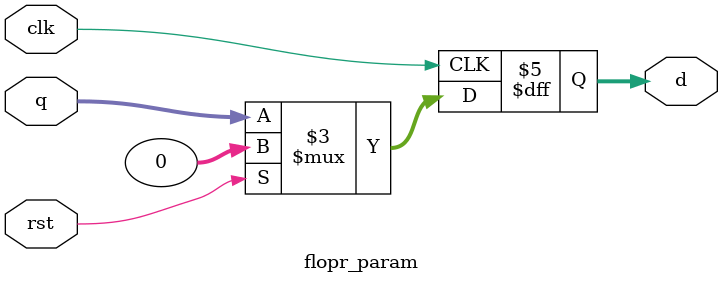
<source format=v>
`timescale 1ns/1ns

module flopr_param(clk, rst, d, q);
    parameter width = 32;
    input clk, rst;
    input [width - 1:0] q;

    output [width - 1:0] d;
    reg [width - 1:0] d;

    always @ (posedge clk) begin
        if (rst)
            d <= 32'b0;
        else
            d <= q;
    end
endmodule
</source>
